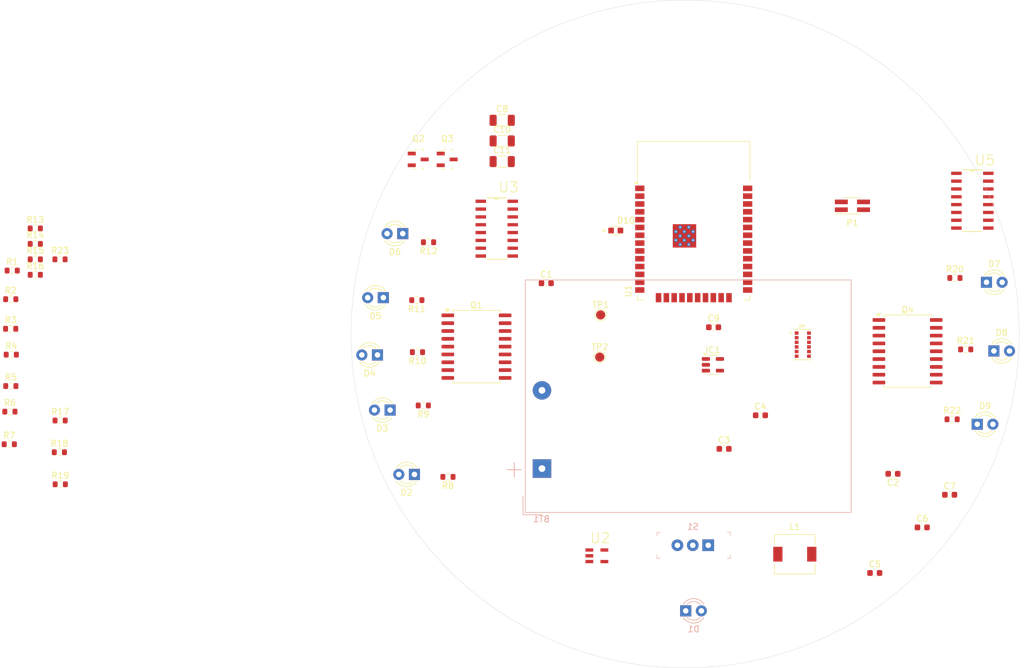
<source format=kicad_pcb>
(kicad_pcb (version 20240108) (generator "pcbnew") (generator_version "8.0")
  (layers (0 "F.Cu" signal) (31 "B.Cu" signal) (34 "B.Paste" user) (35 "F.Paste" user) (36 "B.SilkS" user "B.Silkscreen") (37 "F.SilkS" user "F.Silkscreen") (38 "B.Mask" user) (39 "F.Mask" user) (44 "Edge.Cuts" user))
  (net 0 "")
  (net 1 "/4.5V")
  (net 2 "GND")
  (net 3 "/CHIP_PU")
  (net 4 "/3.3V")
  (net 5 "Net-(U2-VIN)")
  (net 6 "/2.8V")
  (net 7 "Net-(D1-A)")
  (net 8 "Net-(D2-K)")
  (net 9 "Net-(D3-K)")
  (net 10 "Net-(D4-K)")
  (net 11 "Net-(D5-K)")
  (net 12 "Net-(D6-K)")
  (net 13 "Net-(D7-K)")
  (net 14 "Net-(D8-K)")
  (net 15 "Net-(D10-PadA)")
  (net 16 "Net-(D9-K)")
  (net 18 "Net-(U2-SW)")
  (net 19 "/RX")
  (net 20 "/TX")
  (net 21 "Net-(Q1-2C)")
  (net 23 "Net-(Q1-1C)")
  (net 25 "/LED_2")
  (net 26 "Net-(Q1-5C)")
  (net 27 "Net-(Q1-4C)")
  (net 29 "/LED_5")
  (net 31 "/LED_4")
  (net 32 "/LED_3")
  (net 33 "/LED_1")
  (net 35 "Net-(Q1-3C)")
  (net 38 "Net-(Q4-3C)")
  (net 40 "/LED_7")
  (net 43 "/LED_8")
  (net 44 "Net-(Q4-1C)")
  (net 46 "Net-(Q4-2C)")
  (net 52 "/LED_6")
  (net 53 "/IR_SCL")
  (net 54 "/IR_SDA")
  (net 55 "Net-(U1-IO2)")
  (net 56 "/IO8")
  (net 57 "Net-(U3-OE)")
  (net 58 "Net-(U5-OE)")
  (net 59 "/IR_IO0")
  (net 60 "Net-(U4-GPIO0{slash}CE)")
  (net 61 "Net-(U4-GPIO1)")
  (net 62 "/IR_IO1")
  (net 63 "/14")
  (net 65 "/0")
  (net 67 "/STR_2")
  (net 69 "/CP_2")
  (net 74 "/CP")
  (net 78 "/D_2")
  (net 85 "/STR")
  (net 88 "/D")
  (footprint "Resistor_SMD:R_0603_1608Metric" (layer "F.Cu") (at 55.185 92.6)
    (property "Reference" "R2" (at 0 -1.43 0) (layer "F.SilkS"))
    (property "Value" "270")
    (pad "1" smd roundrect (at -0.825 0) (size 0.8 0.95) (layers "F.Cu" "F.Paste" "F.Mask") (net 7 "Net-(D1-A)"))
    (pad "2" smd roundrect (at 0.825 0) (size 0.8 0.95) (layers "F.Cu" "F.Paste" "F.Mask") (net 5 "Net-(U2-VIN)"))
  )
  (footprint "LED_THT:LED_D3.0mm" (layer "F.Cu") (at 115.64 92.35 180)
    (property "Reference" "D5" (at 1.27 -2.96 0) (layer "F.SilkS"))
    (property "Value" "LED")
    (pad "1" thru_hole rect (at 0 0 180) (size 1.8 1.8) (drill 0.9) (layers "*.Cu" "*.Mask") (net 11 "Net-(D5-K)"))
    (pad "2" thru_hole circle (at 2.54 0 180) (size 1.8 1.8) (drill 0.9) (layers "*.Cu" "*.Mask") (net 1 "/4.5V"))
  )
  (footprint "Capacitor_SMD:C_1206_3216Metric" (layer "F.Cu") (at 134.925 63.55)
    (property "Reference" "C8" (at 0 -1.85 0) (layer "F.SilkS"))
    (property "Value" "1uF")
    (pad "1" smd roundrect (at -1.475 0) (size 1.15 1.8) (layers "F.Cu" "F.Paste" "F.Mask") (roundrect_rratio 0.217391) (net 2 "GND"))
    (pad "2" smd roundrect (at 1.475 0) (size 1.15 1.8) (layers "F.Cu" "F.Paste" "F.Mask") (roundrect_rratio 0.217391) (net 4 "/3.3V"))
  )
  (footprint "Resistor_SMD:R_0603_1608Metric" (layer "F.Cu") (at 54.95 116.15)
    (property "Reference" "R7" (at 0 -1.43 0) (layer "F.SilkS"))
    (property "Value" "10k")
    (pad "1" smd roundrect (at -0.825 0) (size 0.8 0.95) (layers "F.Cu" "F.Paste" "F.Mask") (net 4 "/3.3V"))
    (pad "2" smd roundrect (at 0.825 0) (size 0.8 0.95) (layers "F.Cu" "F.Paste" "F.Mask") (net 57 "Net-(U3-OE)"))
  )
  (footprint "Capacitor_SMD:C_1206_3216Metric" (layer "F.Cu") (at 134.925 66.9)
    (property "Reference" "C10" (at 0 -1.85 0) (layer "F.SilkS"))
    (property "Value" "4.7UF")
    (pad "1" smd roundrect (at -1.475 0) (size 1.15 1.8) (layers "F.Cu" "F.Paste" "F.Mask") (roundrect_rratio 0.217391) (net 2 "GND"))
    (pad "2" smd roundrect (at 1.475 0) (size 1.15 1.8) (layers "F.Cu" "F.Paste" "F.Mask") (roundrect_rratio 0.217391) (net 6 "/2.8V"))
  )
  (footprint "LED_THT:LED_D3.0mm" (layer "F.Cu") (at 212 112.9)
    (property "Reference" "D9" (at 1.27 -2.96 0) (layer "F.SilkS"))
    (property "Value" "LED")
    (pad "1" thru_hole rect (at 0 0) (size 1.8 1.8) (drill 0.9) (layers "*.Cu" "*.Mask") (net 16 "Net-(D9-K)"))
    (pad "2" thru_hole circle (at 2.54 0) (size 1.8 1.8) (drill 0.9) (layers "*.Cu" "*.Mask") (net 1 "/4.5V"))
  )
  (footprint "LED_THT:LED_D3.0mm" (layer "F.Cu") (at 116.74 110.6 180)
    (property "Reference" "D3" (at 1.27 -2.96 0) (layer "F.SilkS"))
    (property "Value" "LED")
    (pad "1" thru_hole rect (at 0 0 180) (size 1.8 1.8) (drill 0.9) (layers "*.Cu" "*.Mask") (net 9 "Net-(D3-K)"))
    (pad "2" thru_hole circle (at 2.54 0 180) (size 1.8 1.8) (drill 0.9) (layers "*.Cu" "*.Mask") (net 1 "/4.5V"))
  )
  (footprint "Resistor_SMD:R_0603_1608Metric" (layer "F.Cu") (at 59.17 83.615)
    (property "Reference" "R14" (at 0 -1.43 0) (layer "F.SilkS"))
    (property "Value" "10k")
    (pad "1" smd roundrect (at -0.825 0) (size 0.8 0.95) (layers "F.Cu" "F.Paste" "F.Mask") (net 6 "/2.8V"))
    (pad "2" smd roundrect (at 0.825 0) (size 0.8 0.95) (layers "F.Cu" "F.Paste" "F.Mask") (net 6 "/2.8V"))
  )
  (footprint "Resistor_SMD:R_0603_1608Metric" (layer "F.Cu") (at 55.275 101.6)
    (property "Reference" "R4" (at 0 -1.43 0) (layer "F.SilkS"))
    (property "Value" "10k")
    (pad "1" smd roundrect (at -0.825 0) (size 0.8 0.95) (layers "F.Cu" "F.Paste" "F.Mask") (net 56 "/IO8"))
    (pad "2" smd roundrect (at 0.825 0) (size 0.8 0.95) (layers "F.Cu" "F.Paste" "F.Mask") (net 4 "/3.3V"))
  )
  (footprint "Capacitor_SMD:C_0603_1608Metric" (layer "F.Cu") (at 176.825 111.45)
    (property "Reference" "C4" (at 0 -1.43 0) (layer "F.SilkS"))
    (property "Value" "100nF")
    (pad "1" smd roundrect (at -0.775 0) (size 0.9 0.95) (layers "F.Cu" "F.Paste" "F.Mask") (net 4 "/3.3V"))
    (pad "2" smd roundrect (at 0.775 0) (size 0.9 0.95) (layers "F.Cu" "F.Paste" "F.Mask") (net 2 "GND"))
  )
  (footprint "Resistor_SMD:R_0603_1608Metric" (layer "F.Cu") (at 59.17 81.105)
    (property "Reference" "R13" (at 0 -1.43 0) (layer "F.SilkS"))
    (property "Value" "10k")
    (pad "1" smd roundrect (at -0.825 0) (size 0.8 0.95) (layers "F.Cu" "F.Paste" "F.Mask") (net 6 "/2.8V"))
    (pad "2" smd roundrect (at 0.825 0) (size 0.8 0.95) (layers "F.Cu" "F.Paste" "F.Mask") (net 6 "/2.8V"))
  )
  (footprint "Resistor_SMD:R_0603_1608Metric" (layer "F.Cu") (at 126.125 121.45 180)
    (property "Reference" "R8" (at 0 -1.43 0) (layer "F.SilkS"))
    (property "Value" "510")
    (pad "1" smd roundrect (at -0.825 0 180) (size 0.8 0.95) (layers "F.Cu" "F.Paste" "F.Mask") (net 23 "Net-(Q1-1C)"))
    (pad "2" smd roundrect (at 0.825 0 180) (size 0.8 0.95) (layers "F.Cu" "F.Paste" "F.Mask") (net 8 "Net-(D2-K)"))
  )
  (footprint "Capacitor_SMD:C_1206_3216Metric" (layer "F.Cu") (at 134.925 70.25)
    (property "Reference" "C11" (at 0 -1.85 0) (layer "F.SilkS"))
    (property "Value" "1uF")
    (pad "1" smd roundrect (at -1.475 0) (size 1.15 1.8) (layers "F.Cu" "F.Paste" "F.Mask") (roundrect_rratio 0.217391) (net 2 "GND"))
    (pad "2" smd roundrect (at 1.475 0) (size 1.15 1.8) (layers "F.Cu" "F.Paste" "F.Mask") (roundrect_rratio 0.217391) (net 6 "/2.8V"))
  )
  (footprint "Resistor_SMD:R_0603_1608Metric" (layer "F.Cu") (at 59.17 88.635)
    (property "Reference" "R16" (at 0 -1.43 0) (layer "F.SilkS"))
    (property "Value" "1K")
    (pad "1" smd roundrect (at -0.825 0) (size 0.8 0.95) (layers "F.Cu" "F.Paste" "F.Mask") (net 60 "Net-(U4-GPIO0{slash}CE)"))
    (pad "2" smd roundrect (at 0.825 0) (size 0.8 0.95) (layers "F.Cu" "F.Paste" "F.Mask") (net 59 "/IR_IO0"))
  )
  (footprint "Resistor_SMD:R_0603_1608Metric" (layer "F.Cu") (at 207.925 112.1)
    (property "Reference" "R22" (at 0 -1.43 0) (layer "F.SilkS"))
    (property "Value" "510")
    (pad "1" smd roundrect (at -0.825 0) (size 0.8 0.95) (layers "F.Cu" "F.Paste" "F.Mask") (net 38 "Net-(Q4-3C)"))
    (pad "2" smd roundrect (at 0.825 0) (size 0.8 0.95) (layers "F.Cu" "F.Paste" "F.Mask") (net 16 "Net-(D9-K)"))
  )
  (footprint "TestPoint:TestPoint_Pad_D1.5mm" (layer "F.Cu") (at 150.9 95.15)
    (property "Reference" "TP1" (at 0 -1.648 0) (layer "F.SilkS"))
    (property "Value" "TestPoint")
    (pad "1" smd circle (at 0 0) (size 1.5 1.5) (layers "F.Cu" "F.Mask") (net 3 "/CHIP_PU"))
  )
  (footprint "Package_SO:SOIC-18W_7.5x11.6mm_P1.27mm" (layer "F.Cu") (at 130.75 100.3)
    (property "Reference" "Q1" (at 0 -6.72 0) (layer "F.SilkS"))
    (property "Value" "ULN2803ADWR")
    (pad "1" smd roundrect (at -4.65 -5.08) (size 2.05 0.6) (layers "F.Cu" "F.Paste" "F.Mask") (net 33 "/LED_1"))
    (pad "2" smd roundrect (at -4.65 -3.81) (size 2.05 0.6) (layers "F.Cu" "F.Paste" "F.Mask") (net 25 "/LED_2"))
    (pad "3" smd roundrect (at -4.65 -2.54) (size 2.05 0.6) (layers "F.Cu" "F.Paste" "F.Mask") (net 32 "/LED_3"))
    (pad "4" smd roundrect (at -4.65 -1.27) (size 2.05 0.6) (layers "F.Cu" "F.Paste" "F.Mask") (net 31 "/LED_4"))
    (pad "5" smd roundrect (at -4.65 0) (size 2.05 0.6) (layers "F.Cu" "F.Paste" "F.Mask") (net 29 "/LED_5"))
    (pad "6" smd roundrect (at -4.65 1.27) (size 2.05 0.6) (layers "F.Cu" "F.Paste" "F.Mask"))
    (pad "7" smd roundrect (at -4.65 2.54) (size 2.05 0.6) (layers "F.Cu" "F.Paste" "F.Mask"))
    (pad "8" smd roundrect (at -4.65 3.81) (size 2.05 0.6) (layers "F.Cu" "F.Paste" "F.Mask"))
    (pad "9" smd roundrect (at -4.65 5.08) (size 2.05 0.6) (layers "F.Cu" "F.Paste" "F.Mask") (net 2 "GND"))
    (pad "10" smd roundrect (at 4.65 5.08) (size 2.05 0.6) (layers "F.Cu" "F.Paste" "F.Mask") (net 1 "/4.5V"))
    (pad "11" smd roundrect (at 4.65 3.81) (size 2.05 0.6) (layers "F.Cu" "F.Paste" "F.Mask"))
    (pad "12" smd roundrect (at 4.65 2.54) (size 2.05 0.6) (layers "F.Cu" "F.Paste" "F.Mask"))
    (pad "13" smd roundrect (at 4.65 1.27) (size 2.05 0.6) (layers "F.Cu" "F.Paste" "F.Mask"))
    (pad "14" smd roundrect (at 4.65 0) (size 2.05 0.6) (layers "F.Cu" "F.Paste" "F.Mask") (net 26 "Net-(Q1-5C)"))
    (pad "15" smd roundrect (at 4.65 -1.27) (size 2.05 0.6) (layers "F.Cu" "F.Paste" "F.Mask") (net 27 "Net-(Q1-4C)"))
    (pad "16" smd roundrect (at 4.65 -2.54) (size 2.05 0.6) (layers "F.Cu" "F.Paste" "F.Mask") (net 35 "Net-(Q1-3C)"))
    (pad "17" smd roundrect (at 4.65 -3.81) (size 2.05 0.6) (layers "F.Cu" "F.Paste" "F.Mask") (net 21 "Net-(Q1-2C)"))
    (pad "18" smd roundrect (at 4.65 -5.08) (size 2.05 0.6) (layers "F.Cu" "F.Paste" "F.Mask") (net 23 "Net-(Q1-1C)"))
  )
  (footprint "Resistor_SMD:R_0603_1608Metric" (layer "F.Cu") (at 63.075 117.45)
    (property "Reference" "R18" (at 0 -1.43 0) (layer "F.SilkS"))
    (property "Value" "47K")
    (pad "1" smd roundrect (at -0.825 0) (size 0.8 0.95) (layers "F.Cu" "F.Paste" "F.Mask") (net 60 "Net-(U4-GPIO0{slash}CE)"))
    (pad "2" smd roundrect (at 0.825 0) (size 0.8 0.95) (layers "F.Cu" "F.Paste" "F.Mask") (net 6 "/2.8V"))
  )
  (footprint "Package_SO:SOIC-18W_7.5x11.6mm_P1.27mm" (layer "F.Cu") (at 200.7 101.05)
    (property "Reference" "Q4" (at 0 -6.72 0) (layer "F.SilkS"))
    (property "Value" "ULN2803ADWR")
    (pad "1" smd roundrect (at -4.65 -5.08) (size 2.05 0.6) (layers "F.Cu" "F.Paste" "F.Mask") (net 52 "/LED_6"))
    (pad "2" smd roundrect (at -4.65 -3.81) (size 2.05 0.6) (layers "F.Cu" "F.Paste" "F.Mask") (net 40 "/LED_7"))
    (pad "3" smd roundrect (at -4.65 -2.54) (size 2.05 0.6) (layers "F.Cu" "F.Paste" "F.Mask") (net 43 "/LED_8"))
    (pad "4" smd roundrect (at -4.65 -1.27) (size 2.05 0.6) (layers "F.Cu" "F.Paste" "F.Mask"))
    (pad "5" smd roundrect (at -4.65 0) (size 2.05 0.6) (layers "F.Cu" "F.Paste" "F.Mask"))
    (pad "6" smd roundrect (at -4.65 1.27) (size 2.05 0.6) (layers "F.Cu" "F.Paste" "F.Mask"))
    (pad "7" smd roundrect (at -4.65 2.54) (size 2.05 0.6) (layers "F.Cu" "F.Paste" "F.Mask"))
    (pad "8" smd roundrect (at -4.65 3.81) (size 2.05 0.6) (layers "F.Cu" "F.Paste" "F.Mask"))
    (pad "9" smd roundrect (at -4.65 5.08) (size 2.05 0.6) (layers "F.Cu" "F.Paste" "F.Mask") (net 2 "GND"))
    (pad "10" smd roundrect (at 4.65 5.08) (size 2.05 0.6) (layers "F.Cu" "F.Paste" "F.Mask") (net 1 "/4.5V"))
    (pad "11" smd roundrect (at 4.65 3.81) (size 2.05 0.6) (layers "F.Cu" "F.Paste" "F.Mask"))
    (pad "12" smd roundrect (at 4.65 2.54) (size 2.05 0.6) (layers "F.Cu" "F.Paste" "F.Mask"))
    (pad "13" smd roundrect (at 4.65 1.27) (size 2.05 0.6) (layers "F.Cu" "F.Paste" "F.Mask"))
    (pad "14" smd roundrect (at 4.65 0) (size 2.05 0.6) (layers "F.Cu" "F.Paste" "F.Mask"))
    (pad "15" smd roundrect (at 4.65 -1.27) (size 2.05 0.6) (layers "F.Cu" "F.Paste" "F.Mask"))
    (pad "16" smd roundrect (at 4.65 -2.54) (size 2.05 0.6) (layers "F.Cu" "F.Paste" "F.Mask") (net 38 "Net-(Q4-3C)"))
    (pad "17" smd roundrect (at 4.65 -3.81) (size 2.05 0.6) (layers "F.Cu" "F.Paste" "F.Mask") (net 46 "Net-(Q4-2C)"))
    (pad "18" smd roundrect (at 4.65 -5.08) (size 2.05 0.6) (layers "F.Cu" "F.Paste" "F.Mask") (net 44 "Net-(Q4-1C)"))
  )
  (footprint "Resistor_SMD:R_0603_1608Metric" (layer "F.Cu") (at 59.17 86.125)
    (property "Reference" "R15" (at 0 -1.43 0) (layer "F.SilkS"))
    (property "Value" "10k")
    (pad "1" smd roundrect (at -0.825 0) (size 0.8 0.95) (layers "F.Cu" "F.Paste" "F.Mask") (net 4 "/3.3V"))
    (pad "2" smd roundrect (at 0.825 0) (size 0.8 0.95) (layers "F.Cu" "F.Paste" "F.Mask") (net 58 "Net-(U5-OE)"))
  )
  (footprint "Resistor_SMD:R_0603_1608Metric" (layer "F.Cu") (at 55.2 106.7)
    (property "Reference" "R5" (at 0 -1.43 0) (layer "F.SilkS"))
    (property "Value" "10k")
    (pad "1" smd roundrect (at -0.825 0) (size 0.8 0.95) (layers "F.Cu" "F.Paste" "F.Mask") (net 54 "/IR_SDA"))
    (pad "2" smd roundrect (at 0.825 0) (size 0.8 0.95) (layers "F.Cu" "F.Paste" "F.Mask") (net 4 "/3.3V"))
  )
  (footprint "LED_THT:LED_D3.0mm" (layer "F.Cu") (at 118.79 81.95 180)
    (property "Reference" "D6" (at 1.27 -2.96 0) (layer "F.SilkS"))
    (property "Value" "LED")
    (pad "1" thru_hole rect (at 0 0 180) (size 1.8 1.8) (drill 0.9) (layers "*.Cu" "*.Mask") (net 12 "Net-(D6-K)"))
    (pad "2" thru_hole circle (at 2.54 0 180) (size 1.8 1.8) (drill 0.9) (layers "*.Cu" "*.Mask") (net 1 "/4.5V"))
  )
  (footprint "digikey-footprints:SOT-23-3" (layer "F.Cu") (at 126 69.9)
    (property "Reference" "Q3" (at 0.025 -3.375 0) (layer "F.SilkS"))
    (property "Value" "BSS138LT1G")
    (pad "1" smd rect (at -1.05 -0.95) (size 1.3 0.6) (layers "F.Cu" "F.Paste" "F.Mask") (net 6 "/2.8V"))
    (pad "2" smd rect (at -1.05 0.95) (size 1.3 0.6) (layers "F.Cu" "F.Paste" "F.Mask") (net 6 "/2.8V"))
    (pad "3" smd rect (at 1.05 0) (size 1.3 0.6) (layers "F.Cu" "F.Paste" "F.Mask") (net 54 "/IR_SDA"))
  )
  (footprint "Resistor_SMD:R_0603_1608Metric" (layer "F.Cu") (at 122.125 109.85 180)
    (property "Reference" "R9" (at 0 -1.43 0) (layer "F.SilkS"))
    (property "Value" "510")
    (pad "1" smd roundrect (at -0.825 0 180) (size 0.8 0.95) (layers "F.Cu" "F.Paste" "F.Mask") (net 21 "Net-(Q1-2C)"))
    (pad "2" smd roundrect (at 0.825 0 180) (size 0.8 0.95) (layers "F.Cu" "F.Paste" "F.Mask") (net 9 "Net-(D3-K)"))
  )
  (footprint "Resistor_SMD:R_0603_1608Metric" (layer "F.Cu") (at 121.075 92.75 180)
    (property "Reference" "R11" (at 0 -1.43 0) (layer "F.SilkS"))
    (property "Value" "510")
    (pad "1" smd roundrect (at -0.825 0 180) (size 0.8 0.95) (layers "F.Cu" "F.Paste" "F.Mask") (net 27 "Net-(Q1-4C)"))
    (pad "2" smd roundrect (at 0.825 0 180) (size 0.8 0.95) (layers "F.Cu" "F.Paste" "F.Mask") (net 11 "Net-(D5-K)"))
  )
  (footprint "Connector_PinSocket_1.27mm:PinSocket_2x02_P1.27mm_Vertical_SMD" (layer "F.Cu") (at 191.75 77.435 180)
    (property "Reference" "P1" (at 0 -2.77 360) (layer "F.SilkS"))
    (property "Value" "Header 1x4 2.54mm")
    (pad "1" smd rect (at 1.8 -0.635 180) (size 2.1 0.75) (layers "F.Cu" "F.Paste" "F.Mask") (net 1 "/4.5V"))
    (pad "2" smd rect (at -1.8 -0.635 180) (size 2.1 0.75) (layers "F.Cu" "F.Paste" "F.Mask") (net 19 "/RX"))
    (pad "3" smd rect (at 1.8 0.635 180) (size 2.1 0.75) (layers "F.Cu" "F.Paste" "F.Mask") (net 20 "/TX"))
    (pad "4" smd rect (at -1.8 0.635 180) (size 2.1 0.75) (layers "F.Cu" "F.Paste" "F.Mask") (net 2 "GND"))
  )
  (footprint "Capacitor_SMD:C_0603_1608Metric" (layer "F.Cu") (at 198.325 120.95 180)
    (property "Reference" "C2" (at 0 -1.43 360) (layer "F.SilkS"))
    (property "Value" "100 nF")
    (pad "1" smd roundrect (at -0.775 0 180) (size 0.9 0.95) (layers "F.Cu" "F.Paste" "F.Mask") (net 2 "GND"))
    (pad "2" smd roundrect (at 0.775 0 180) (size 0.9 0.95) (layers "F.Cu" "F.Paste" "F.Mask") (net 4 "/3.3V"))
  )
  (footprint "LED_THT:LED_D3.0mm" (layer "F.Cu") (at 120.69 121.05 180)
    (property "Reference" "D2" (at 1.27 -2.96 0) (layer "F.SilkS"))
    (property "Value" "LED")
    (pad "1" thru_hole rect (at 0 0 180) (size 1.8 1.8) (drill 0.9) (layers "*.Cu" "*.Mask") (net 8 "Net-(D2-K)"))
    (pad "2" thru_hole circle (at 2.54 0 180) (size 1.8 1.8) (drill 0.9) (layers "*.Cu" "*.Mask") (net 1 "/4.5V"))
  )
  (footprint "Capacitor_SMD:C_0603_1608Metric" (layer "F.Cu") (at 142.075 90)
    (property "Reference" "C1" (at 0 -1.43 0) (layer "F.SilkS"))
    (property "Value" "100nF")
    (pad "1" smd roundrect (at -0.775 0) (size 0.9 0.95) (layers "F.Cu" "F.Paste" "F.Mask") (net 2 "GND"))
    (pad "2" smd roundrect (at 0.775 0) (size 0.9 0.95) (layers "F.Cu" "F.Paste" "F.Mask") (net 3 "/CHIP_PU"))
  )
  (footprint "Resistor_SMD:R_0603_1608Metric" (layer "F.Cu") (at 208.375 89.15)
    (property "Reference" "R20" (at 0 -1.43 0) (layer "F.SilkS"))
    (property "Value" "510")
    (pad "1" smd roundrect (at -0.825 0) (size 0.8 0.95) (layers "F.Cu" "F.Paste" "F.Mask") (net 44 "Net-(Q4-1C)"))
    (pad "2" smd roundrect (at 0.825 0) (size 0.8 0.95) (layers "F.Cu" "F.Paste" "F.Mask") (net 13 "Net-(D7-K)"))
  )
  (footprint "LTW-C191DS5:LEDC1608X65N" (layer "F.Cu") (at 153.35 81.45)
    (property "Reference" "D10" (at 1.675 -1.635 0) (layer "F.SilkS"))
    (property "Value" "LTW-C191DS5")
    (pad "A" smd roundrect (at 0.76 0) (size 0.91 0.93) (layers "F.Cu" "F.Paste" "F.Mask") (roundrect_rratio 0.125) (net 15 "Net-(D10-PadA)"))
    (pad "C" smd roundrect (at -0.76 0) (size 0.91 0.93) (layers "F.Cu" "F.Paste" "F.Mask") (roundrect_rratio 0.125) (net 2 "GND"))
  )
  (footprint "Package_TO_SOT_SMD:SOT-23-5" (layer "F.Cu") (at 169.1125 103.25)
    (property "Reference" "IC1" (at 0 -2.4 0) (layer "F.SilkS"))
    (property "Value" "TPS76328DBVR")
    (pad "1" smd roundrect (at -1.1375 -0.95) (size 1.325 0.6) (layers "F.Cu" "F.Paste" "F.Mask") (net 4 "/3.3V"))
    (pad "2" smd roundrect (at -1.1375 0) (size 1.325 0.6) (layers "F.Cu" "F.Paste" "F.Mask") (net 2 "GND"))
    (pad "3" smd roundrect (at -1.1375 0.95) (size 1.325 0.6) (layers "F.Cu" "F.Paste" "F.Mask") (net 4 "/3.3V"))
    (pad "4" smd roundrect (at 1.1375 0.95) (size 1.325 0.6) (layers "F.Cu" "F.Paste" "F.Mask"))
    (pad "5" smd roundrect (at 1.1375 -0.95) (size 1.325 0.6) (layers "F.Cu" "F.Paste" "F.Mask") (net 6 "/2.8V"))
  )
  (footprint "LED_THT:LED_D3.0mm" (layer "F.Cu") (at 114.69 101.65 180)
    (property "Reference" "D4" (at 1.27 -2.96 0) (layer "F.SilkS"))
    (property "Value" "LED")
    (pad "1" thru_hole rect (at 0 0 180) (size 1.8 1.8) (drill 0.9) (layers "*.Cu" "*.Mask") (net 10 "Net-(D4-K)"))
    (pad "2" thru_hole circle (at 2.54 0 180) (size 1.8 1.8) (drill 0.9) (layers "*.Cu" "*.Mask") (net 1 "/4.5V"))
  )
  (footprint "74HC4094D:SOIC127P600X175-16N" (layer "F.Cu") (at 211.2092 76.605)
    (property "Reference" "U5" (at 2.0408 -6.575 0) (layer "F.SilkS") (effects (font (size 1.640299 1.640299))))
    (property "Value" "74HC4094D")
    (pad "1" smd rect (at -2.5908 -4.445) (size 1.7018 0.5334) (layers "F.Cu" "F.Paste" "F.Mask") (net 67 "/STR_2"))
    (pad "2" smd rect (at -2.5908 -3.175) (size 1.7018 0.5334) (layers "F.Cu" "F.Paste" "F.Mask") (net 78 "/D_2"))
    (pad "3" smd rect (at -2.5908 -1.905) (size 1.7018 0.5334) (layers "F.Cu" "F.Paste" "F.Mask") (net 69 "/CP_2"))
    (pad "4" smd rect (at -2.5908 -0.635) (size 1.7018 0.5334) (layers "F.Cu" "F.Paste" "F.Mask") (net 52 "/LED_6"))
    (pad "5" smd rect (at -2.5908 0.635) (size 1.7018 0.5334) (layers "F.Cu" "F.Paste" "F.Mask") (net 40 "/LED_7"))
    (pad "6" smd rect (at -2.5908 1.905) (size 1.7018 0.5334) (layers "F.Cu" "F.Paste" "F.Mask") (net 43 "/LED_8"))
    (pad "7" smd rect (at -2.5908 3.175) (size 1.7018 0.5334) (layers "F.Cu" "F.Paste" "F.Mask"))
    (pad "8" smd rect (at -2.5908 4.445) (size 1.7018 0.5334) (layers "F.Cu" "F.Paste" "F.Mask") (net 2 "GND"))
    (pad "9" smd rect (at 2.5908 4.445) (size 1.7018 0.5334) (layers "F.Cu" "F.Paste" "F.Mask"))
    (pad "10" smd rect (at 2.5908 3.175) (size 1.7018 0.5334) (layers "F.Cu" "F.Paste" "F.Mask"))
    (pad "11" smd rect (at 2.5908 1.905) (size 1.7018 0.5334) (layers "F.Cu" "F.Paste" "F.Mask"))
    (pad "12" smd rect (at 2.5908 0.635) (size 1.7018 0.5334) (layers "F.Cu" "F.Paste" "F.Mask"))
    (pad "13" smd rect (at 2.5908 -0.635) (size 1.7018 0.5334) (layers "F.Cu" "F.Paste" "F.Mask"))
    (pad "14" smd rect (at 2.5908 -1.905) (size 1.7018 0.5334) (layers "F.Cu" "F.Paste" "F.Mask"))
    (pad "15" smd rect (at 2.5908 -3.175) (size 1.7018 0.5334) (layers "F.Cu" "F.Paste" "F.Mask") (net 58 "Net-(U5-OE)"))
    (pad "16" smd rect (at 2.5908 -4.445) (size 1.7018 0.5334) (layers "F.Cu" "F.Paste" "F.Mask") (net 4 "/3.3V"))
  )
  (footprint "Resistor_SMD:R_0603_1608Metric" (layer "F.Cu") (at 122.975 83.35 180)
    (property "Reference" "R12" (at 0 -1.43 0) (layer "F.SilkS"))
    (property "Value" "510")
    (pad "1" smd roundrect (at -0.825 0 180) (size 0.8 0.95) (layers "F.Cu" "F.Paste" "F.Mask") (net 26 "Net-(Q1-5C)"))
    (pad "2" smd roundrect (at 0.825 0 180) (size 0.8 0.95) (layers "F.Cu" "F.Paste" "F.Mask") (net 12 "Net-(D6-K)"))
  )
  (footprint "Inductor_SMD:L_6.3x6.3_H3" (layer "F.Cu") (at 182.4 134)
    (property "Reference" "L1" (at 0 -4.45 0) (layer "F.SilkS"))
    (property "Value" "2.2 uH")
    (pad "1" smd rect (at -2.75 0) (size 1.5 2.4) (layers "F.Cu" "F.Paste" "F.Mask") (net 18 "Net-(U2-SW)"))
    (pad "2" smd rect (at 2.75 0) (size 1.5 2.4) (layers "F.Cu" "F.Paste" "F.Mask") (net 4 "/3.3V"))
  )
  (footprint "LM3671MF-3.3:SOT95P284X122-5N" (layer "F.Cu") (at 150.2808 134.2602)
    (property "Reference" "U2" (at 0.533995 -2.873385 0) (layer "F.SilkS") (effects (font (size 1.641819 1.641819))))
    (property "Value" "LM3671MF-3.3")
    (pad "1" smd rect (at -1.2192 -0.9398) (size 1.27 0.5334) (layers "F.Cu" "F.Paste" "F.Mask") (net 5 "Net-(U2-VIN)"))
    (pad "2" smd rect (at -1.2192 0) (size 1.27 0.5334) (layers "F.Cu" "F.Paste" "F.Mask") (net 2 "GND"))
    (pad "3" smd rect (at -1.2192 0.9398) (size 1.27 0.5334) (layers "F.Cu" "F.Paste" "F.Mask"))
    (pad "4" smd rect (at 1.2192 0.9398) (size 1.27 0.5334) (layers "F.Cu" "F.Paste" "F.Mask") (net 4 "/3.3V"))
    (pad "5" smd rect (at 1.2192 -0.9398) (size 1.27 0.5334) (layers "F.Cu" "F.Paste" "F.Mask") (net 18 "Net-(U2-SW)"))
  )
  (footprint "Resistor_SMD:R_0603_1608Metric" (layer "F.Cu") (at 210.125 100.75)
    (property "Reference" "R21" (at 0 -1.43 0) (layer "F.SilkS"))
    (property "Value" "510")
    (pad "1" smd roundrect (at -0.825 0) (size 0.8 0.95) (layers "F.Cu" "F.Paste" "F.Mask") (net 46 "Net-(Q4-2C)"))
    (pad "2" smd roundrect (at 0.825 0) (size 0.8 0.95) (layers "F.Cu" "F.Paste" "F.Mask") (net 14 "Net-(D8-K)"))
  )
  (footprint "Capacitor_SMD:C_0603_1608Metric" (layer "F.Cu") (at 169.225 97.15)
    (property "Reference" "C9" (at 0 -1.43 0) (layer "F.SilkS"))
    (property "Value" "100nF")
    (pad "1" smd roundrect (at -0.775 0) (size 0.9 0.95) (layers "F.Cu" "F.Paste" "F.Mask") (net 2 "GND"))
    (pad "2" smd roundrect (at 0.775 0) (size 0.9 0.95) (layers "F.Cu" "F.Paste" "F.Mask") (net 6 "/2.8V"))
  )
  (footprint "74HC4094D:SOIC127P600X175-16N" (layer "F.Cu") (at 134.0408 81.145)
    (property "Reference" "U3" (at 1.9092 -6.705 0) (layer "F.SilkS") (effects (font (size 1.640299 1.640299))))
    (property "Value" "74HC4094D")
    (pad "1" smd rect (at -2.5908 -4.445) (size 1.7018 0.5334) (layers "F.Cu" "F.Paste" "F.Mask") (net 85 "/STR"))
    (pad "2" smd rect (at -2.5908 -3.175) (size 1.7018 0.5334) (layers "F.Cu" "F.Paste" "F.Mask") (net 88 "/D"))
    (pad "3" smd rect (at -2.5908 -1.905) (size 1.7018 0.5334) (layers "F.Cu" "F.Paste" "F.Mask") (net 74 "/CP"))
    (pad "4" smd rect (at -2.5908 -0.635) (size 1.7018 0.5334) (layers "F.Cu" "F.Paste" "F.Mask") (net 33 "/LED_1"))
    (pad "5" smd rect (at -2.5908 0.635) (size 1.7018 0.5334) (layers "F.Cu" "F.Paste" "F.Mask") (net 25 "/LED_2"))
    (pad "6" smd rect (at -2.5908 1.905) (size 1.7018 0.5334) (layers "F.Cu" "F.Paste" "F.Mask") (net 32 "/LED_3"))
    (pad "7" smd rect (at -2.5908 3.175) (size 1.7018 0.5334) (layers "F.Cu" "F.Paste" "F.Mask") (net 31 "/LED_4"))
    (pad "8" smd rect (at -2.5908 4.445) (size 1.7018 0.5334) (layers "F.Cu" "F.Paste" "F.Mask") (net 2 "GND"))
    (pad "9" smd rect (at 2.5908 4.445) (size 1.7018 0.5334) (layers "F.Cu" "F.Paste" "F.Mask"))
    (pad "10" smd rect (at 2.5908 3.175) (size 1.7018 0.5334) (layers "F.Cu" "F.Paste" "F.Mask"))
    (pad "11" smd rect (at 2.5908 1.905) (size 1.7018 0.5334) (layers "F.Cu" "F.Paste" "F.Mask"))
    (pad "12" smd rect (at 2.5908 0.635) (size 1.7018 0.5334) (layers "F.Cu" "F.Paste" "F.Mask"))
    (pad "13" smd rect (at 2.5908 -0.635) (size 1.7018 0.5334) (layers "F.Cu" "F.Paste" "F.Mask"))
    (pad "14" smd rect (at 2.5908 -1.905) (size 1.7018 0.5334) (layers "F.Cu" "F.Paste" "F.Mask") (net 29 "/LED_5"))
    (pad "15" smd rect (at 2.5908 -3.175) (size 1.7018 0.5334) (layers "F.Cu" "F.Paste" "F.Mask") (net 57 "Net-(U3-OE)"))
    (pad "16" smd rect (at 2.5908 -4.445) (size 1.7018 0.5334) (layers "F.Cu" "F.Paste" "F.Mask") (net 4 "/3.3V"))
  )
  (footprint "TestPoint:TestPoint_Pad_D1.5mm" (layer "F.Cu") (at 150.75 102)
    (property "Reference" "TP2" (at 0 -1.648 0) (layer "F.SilkS"))
    (property "Value" "TestPoint")
    (pad "1" smd circle (at 0 0) (size 1.5 1.5) (layers "F.Cu" "F.Mask") (net 65 "/0"))
  )
  (footprint "Capacitor_SMD:C_0603_1608Metric" (layer "F.Cu") (at 207.525 124.35)
    (property "Reference" "C7" (at 0 -1.43 0) (layer "F.SilkS"))
    (property "Value" "100nF")
    (pad "1" smd roundrect (at -0.775 0) (size 0.9 0.95) (layers "F.Cu" "F.Paste" "F.Mask") (net 2 "GND"))
    (pad "2" smd roundrect (at 0.775 0) (size 0.9 0.95) (layers "F.Cu" "F.Paste" "F.Mask") (net 4 "/3.3V"))
  )
  (footprint "Resistor_SMD:R_0603_1608Metric" (layer "F.Cu") (at 63.225 122.65)
    (property "Reference" "R19" (at 0 -1.43 0) (layer "F.SilkS"))
    (property "Value" "47K")
    (pad "1" smd roundrect (at -0.825 0) (size 0.8 0.95) (layers "F.Cu" "F.Paste" "F.Mask") (net 6 "/2.8V"))
    (pad "2" smd roundrect (at 0.825 0) (size 0.8 0.95) (layers "F.Cu" "F.Paste" "F.Mask") (net 61 "Net-(U4-GPIO1)"))
  )
  (footprint "VL6180V1NR_1:XDCR_VL6180V1NR_1" (layer "F.Cu") (at 183.7 99.975)
    (property "Reference" "U4" (at -0.126 -3.0548 360) (layer "F.SilkS") (effects (font (size 0.48 0.48) (thickness 0.12))))
    (property "Value" "VL6180V1NR_1")
    (pad "1" smd rect (at -1 -1.875) (size 0.6 0.55) (layers "F.Cu" "F.Paste" "F.Mask") (net 61 "Net-(U4-GPIO1)"))
    (pad "2" smd rect (at -1 -1.125) (size 0.6 0.55) (layers "F.Cu" "F.Paste" "F.Mask"))
    (pad "3" smd rect (at -1 -0.375) (size 0.6 0.55) (layers "F.Cu" "F.Paste" "F.Mask"))
    (pad "4" smd rect (at -1 0.375) (size 0.6 0.55) (layers "F.Cu" "F.Paste" "F.Mask") (net 60 "Net-(U4-GPIO0{slash}CE)"))
    (pad "5" smd rect (at -1 1.125) (size 0.6 0.55) (layers "F.Cu" "F.Paste" "F.Mask") (net 6 "/2.8V"))
    (pad "6" smd rect (at -1 1.875) (size 0.6 0.55) (layers "F.Cu" "F.Paste" "F.Mask") (net 6 "/2.8V"))
    (pad "7" smd rect (at 1 1.875) (size 0.6 0.55) (layers "F.Cu" "F.Paste" "F.Mask"))
    (pad "8" smd rect (at 1 1.125) (size 0.6 0.55) (layers "F.Cu" "F.Paste" "F.Mask") (net 6 "/2.8V"))
    (pad "9" smd rect (at 1 0.375) (size 0.6 0.55) (layers "F.Cu" "F.Paste" "F.Mask") (net 2 "GND"))
    (pad "10" smd rect (at 1 -0.375) (size 0.6 0.55) (layers "F.Cu" "F.Paste" "F.Mask") (net 6 "/2.8V"))
    (pad "11" smd rect (at 1 -1.125) (size 0.6 0.55) (layers "F.Cu" "F.Paste" "F.Mask"))
    (pad "12" smd rect (at 1 -1.875) (size 0.6 0.55) (layers "F.Cu" "F.Paste" "F.Mask") (net 2 "GND"))
  )
  (footprint "Resistor_SMD:R_0603_1608Metric" (layer "F.Cu") (at 55.175 97.4)
    (property "Reference" "R3" (at 0 -1.43 0) (layer "F.SilkS"))
    (property "Value" "10k")
    (pad "1" smd roundrect (at -0.825 0) (size 0.8 0.95) (layers "F.Cu" "F.Paste" "F.Mask") (net 55 "Net-(U1-IO2)"))
    (pad "2" smd roundrect (at 0.825 0) (size 0.8 0.95) (layers "F.Cu" "F.Paste" "F.Mask") (net 4 "/3.3V"))
  )
  (footprint "Capacitor_SMD:C_0603_1608Metric" (layer "F.Cu") (at 195.375 137.05)
    (property "Reference" "C5" (at 0 -1.43 0) (layer "F.SilkS"))
    (property "Value" "10 uF")
    (pad "1" smd roundrect (at -0.775 0) (size 0.9 0.95) (layers "F.Cu" "F.Paste" "F.Mask") (net 4 "/3.3V"))
    (pad "2" smd roundrect (at 0.775 0) (size 0.9 0.95) (layers "F.Cu" "F.Paste" "F.Mask") (net 2 "GND"))
  )
  (footprint "Resistor_SMD:R_0603_1608Metric" (layer "F.Cu") (at 55.425 87.95)
    (property "Reference" "R1" (at 0 -1.43 0) (layer "F.SilkS"))
    (property "Value" "10k")
    (pad "1" smd roundrect (at -0.825 0) (size 0.8 0.95) (layers "F.Cu" "F.Paste" "F.Mask") (net 4 "/3.3V"))
    (pad "2" smd roundrect (at 0.825 0) (size 0.8 0.95) (layers "F.Cu" "F.Paste" "F.Mask") (net 3 "/CHIP_PU"))
  )
  (footprint "Resistor_SMD:R_0603_1608Metric" (layer "F.Cu") (at 55.05 110.85)
    (property "Reference" "R6" (at 0 -1.43 0) (layer "F.SilkS"))
    (property "Value" "10k")
    (pad "1" smd roundrect (at -0.825 0) (size 0.8 0.95) (layers "F.Cu" "F.Paste" "F.Mask") (net 53 "/IR_SCL"))
    (pad "2" smd roundrect (at 0.825 0) (size 0.8 0.95) (layers "F.Cu" "F.Paste" "F.Mask") (net 4 "/3.3V"))
  )
  (footprint "Capacitor_SMD:C_0603_1608Metric" (layer "F.Cu") (at 203.075 129.65)
    (property "Reference" "C6" (at 0 -1.43 0) (layer "F.SilkS"))
    (property "Value" "100nF")
    (pad "1" smd roundrect (at -0.775 0) (size 0.9 0.95) (layers "F.Cu" "F.Paste" "F.Mask") (net 4 "/3.3V"))
    (pad "2" smd roundrect (at 0.775 0) (size 0.9 0.95) (layers "F.Cu" "F.Paste" "F.Mask") (net 2 "GND"))
  )
  (footprint "LED_THT:LED_D3.0mm" (layer "F.Cu") (at 214.7 101)
    (property "Reference" "D8" (at 1.27 -2.96 0) (layer "F.SilkS"))
    (property "Value" "LED")
    (pad "1" thru_hole rect (at 0 0) (size 1.8 1.8) (drill 0.9) (layers "*.Cu" "*.Mask") (net 14 "Net-(D8-K)"))
    (pad "2" thru_hole circle (at 2.54 0) (size 1.8 1.8) (drill 0.9) (layers "*.Cu" "*.Mask") (net 1 "/4.5V"))
  )
  (footprint "RF_Module:ESP32-WROOM-32D" (layer "F.Cu") (at 166 82.845)
    (property "Reference" "U1" (at -10.61 8.43 90) (layer "F.SilkS"))
    (property "Value" "ESP32-WROOM-32D")
    (pad "1" smd rect (at -8.75 -8.25) (size 1.5 0.9) (layers "F.Cu" "F.Paste" "F.Mask") (net 2 "GND"))
    (pad "2" smd rect (at -8.75 -6.98) (size 1.5 0.9) (layers "F.Cu" "F.Paste" "F.Mask") (net 4 "/3.3V"))
    (pad "3" smd rect (at -8.75 -5.71) (size 1.5 0.9) (layers "F.Cu" "F.Paste" "F.Mask") (net 3 "/CHIP_PU"))
    (pad "4" smd rect (at -8.75 -4.44) (size 1.5 0.9) (layers "F.Cu" "F.Paste" "F.Mask"))
    (pad "5" smd rect (at -8.75 -3.17) (size 1.5 0.9) (layers "F.Cu" "F.Paste" "F.Mask"))
    (pad "6" smd rect (at -8.75 -1.9) (size 1.5 0.9) (layers "F.Cu" "F.Paste" "F.Mask") (net 59 "/IR_IO0"))
    (pad "7" smd rect (at -8.75 -0.63) (size 1.5 0.9) (layers "F.Cu" "F.Paste" "F.Mask") (net 63 "/14"))
    (pad "8" smd rect (at -8.75 0.64) (size 1.5 0.9) (layers "F.Cu" "F.Paste" "F.Mask"))
    (pad "9" smd rect (at -8.75 1.91) (size 1.5 0.9) (layers "F.Cu" "F.Paste" "F.Mask"))
    (pad "10" smd rect (at -8.75 3.18) (size 1.5 0.9) (layers "F.Cu" "F.Paste" "F.Mask") (net 56 "/IO8"))
    (pad "11" smd rect (at -8.75 4.45) (size 1.5 0.9) (layers "F.Cu" "F.Paste" "F.Mask") (net 54 "/IR_SDA"))
    (pad "12" smd rect (at -8.75 5.72) (size 1.5 0.9) (layers "F.Cu" "F.Paste" "F.Mask") (net 53 "/IR_SCL"))
    (pad "13" smd rect (at -8.75 6.99) (size 1.5 0.9) (layers "F.Cu" "F.Paste" "F.Mask"))
    (pad "14" smd rect (at -8.75 8.26) (size 1.5 0.9) (layers "F.Cu" "F.Paste" "F.Mask") (net 88 "/D"))
    (pad "15" smd rect (at -5.71 9.51 90) (size 1.5 0.9) (layers "F.Cu" "F.Paste" "F.Mask") (net 2 "GND"))
    (pad "16" smd rect (at -4.44 9.51 90) (size 1.5 0.9) (layers "F.Cu" "F.Paste" "F.Mask") (net 85 "/STR"))
    (pad "17" smd rect (at -3.17 9.51 90) (size 1.5 0.9) (layers "F.Cu" "F.Paste" "F.Mask"))
    (pad "18" smd rect (at -1.9 9.51 90) (size 1.5 0.9) (layers "F.Cu" "F.Paste" "F.Mask"))
    (pad "19" smd rect (at -0.63 9.51 90) (size 1.5 0.9) (layers "F.Cu" "F.Paste" "F.Mask"))
    (pad "20" smd rect (at 0.64 9.51 90) (size 1.5 0.9) (layers "F.Cu" "F.Paste" "F.Mask"))
    (pad "21" smd rect (at 1.91 9.51 90) (size 1.5 0.9) (layers "F.Cu" "F.Paste" "F.Mask"))
    (pad "22" smd rect (at 3.18 9.51 90) (size 1.5 0.9) (layers "F.Cu" "F.Paste" "F.Mask"))
    (pad "23" smd rect (at 4.45 9.51 90) (size 1.5 0.9) (layers "F.Cu" "F.Paste" "F.Mask"))
    (pad "24" smd rect (at 5.72 9.51 90) (size 1.5 0.9) (layers "F.Cu" "F.Paste" "F.Mask") (net 55 "Net-(U1-IO2)"))
    (pad "25" smd rect (at 8.75 8.26) (size 1.5 0.9) (layers "F.Cu" "F.Paste" "F.Mask") (net 65 "/0"))
    (pad "26" smd rect (at 8.75 6.99) (size 1.5 0.9) (layers "F.Cu" "F.Paste" "F.Mask") (net 62 "/IR_IO1"))
    (pad "27" smd rect (at 8.75 5.72) (size 1.5 0.9) (layers "F.Cu" "F.Paste" "F.Mask") (net 67 "/STR_2"))
    (pad "28" smd rect (at 8.75 4.45) (size 1.5 0.9) (layers "F.Cu" "F.Paste" "F.Mask") (net 78 "/D_2"))
    (pad "29" smd rect (at 8.75 3.18) (size 1.5 0.9) (layers "F.Cu" "F.Paste" "F.Mask") (net 74 "/CP"))
    (pad "30" smd rect (at 8.75 1.91) (size 1.5 0.9) (layers "F.Cu" "F.Paste" "F.Mask") (net 69 "/CP_2"))
    (pad "31" smd rect (at 8.75 0.64) (size 1.5 0.9) (layers "F.Cu" "F.Paste" "F.Mask"))
    (pad "32" smd rect (at 8.75 -0.63) (size 1.5 0.9) (layers "F.Cu" "F.Paste" "F.Mask"))
    (pad "33" smd rect (at 8.75 -1.9) (size 1.5 0.9) (layers "F.Cu" "F.Paste" "F.Mask"))
    (pad "34" smd rect (at 8.75 -3.17) (size 1.5 0.9) (layers "F.Cu" "F.Paste" "F.Mask") (net 19 "/RX"))
    (pad "35" smd rect (at 8.75 -4.44) (size 1.5 0.9) (layers "F.Cu" "F.Paste" "F.Mask") (net 20 "/TX"))
    (pad "36" smd rect (at 8.75 -5.71) (size 1.5 0.9) (layers "F.Cu" "F.Paste" "F.Mask"))
    (pad "37" smd rect (at 8.75 -6.98) (size 1.5 0.9) (layers "F.Cu" "F.Paste" "F.Mask"))
    (pad "38" smd rect (at 8.75 -8.25) (size 1.5 0.9) (layers "F.Cu" "F.Paste" "F.Mask") (net 2 "GND"))
    (pad "39" smd rect (at -2.9 -1.93) (size 0.9 0.9) (layers "F.Cu" "F.Paste") (net 2 "GND"))
    (pad "39" thru_hole circle (at -2.9 -1.23) (size 0.6 0.6) (drill 0.2) (property pad_prop_heatsink) (layers "*.Cu" "F.Mask") (net 2 "GND"))
    (pad "39" smd rect (at -2.9 -0.53) (size 0.9 0.9) (layers "F.Cu" "F.Paste") (net 2 "GND"))
    (pad "39" thru_hole circle (at -2.9 0.17) (size 0.6 0.6) (drill 0.2) (property pad_prop_heatsink) (layers "*.Cu" "F.Mask") (net 2 "GND"))
    (pad "39" smd rect (at -2.9 0.87) (size 0.9 0.9) (layers "F.Cu" "F.Paste") (net 2 "GND"))
    (pad "39" thru_hole circle (at -2.2 -1.93) (size 0.6 0.6) (drill 0.2) (property pad_prop_heatsink) (layers "*.Cu" "F.Mask") (net 2 "GND"))
    (pad "39" thru_hole circle (at -2.2 -0.53) (size 0.6 0.6) (drill 0.2) (property pad_prop_heatsink) (layers "*.Cu" "F.Mask") (net 2 "GND"))
    (pad "39" thru_hole circle (at -2.2 0.87) (size 0.6 0.6) (drill 0.2) (property pad_prop_heatsink) (layers "*.Cu" "F.Mask") (net 2 "GND"))
    (pad "39" thru_hole circle (at -1.525 -1.23) (size 0.6 0.6) (drill 0.2) (property pad_prop_heatsink) (layers "*.Cu" "F.Mask") (net 2 "GND"))
    (pad "39" thru_hole circle (at -1.525 0.17) (size 0.6 0.6) (drill 0.2) (property pad_prop_heatsink) (layers "*.Cu" "F.Mask") (net 2 "GND"))
    (pad "39" smd rect (at -1.5 -1.93) (size 0.9 0.9) (layers "F.Cu" "F.Paste") (net 2 "GND"))
    (pad "39" smd rect (at -1.5 -0.53) (size 0.9 0.9) (layers "F.Cu" "F.Paste") (net 2 "GND"))
    (pad "39" smd rect (at -1.5 -0.53) (size 3.8 3.8) (layers "F.Cu" "F.Mask") (net 2 "GND"))
    (pad "39" smd rect (at -1.5 0.87) (size 0.9 0.9) (layers "F.Cu" "F.Paste") (net 2 "GND"))
    (pad "39" thru_hole circle (at -0.8 -1.93) (size 0.6 0.6) (drill 0.2) (property pad_prop_heatsink) (layers "*.Cu" "F.Mask") (net 2 "GND"))
    (pad "39" thru_hole circle (at -0.8 -0.53) (size 0.6 0.6) (drill 0.2) (property pad_prop_heatsink) (layers "*.Cu" "F.Mask") (net 2 "GND"))
    (pad "39" thru_hole circle (at -0.8 0.87) (size 0.6 0.6) (drill 0.2) (property pad_prop_heatsink) (layers "*.Cu" "F.Mask") (net 2 "GND"))
    (pad "39" smd rect (at -0.1 -1.93) (size 0.9 0.9) (layers "F.Cu" "F.Paste") (net 2 "GND"))
    (pad "39" thru_hole circle (at -0.1 -1.23) (size 0.6 0.6) (drill 0.2) (property pad_prop_heatsink) (layers "*.Cu" "F.Mask") (net 2 "GND"))
    (pad "39" smd rect (at -0.1 -0.53) (size 0.9 0.9) (layers "F.Cu" "F.Paste") (net 2 "GND"))
    (pad "39" thru_hole circle (at -0.1 0.17) (size 0.6 0.6) (drill 0.2) (property pad_prop_heatsink) (layers "*.Cu" "F.Mask") (net 2 "GND"))
    (pad "39" smd rect (at -0.1 0.87) (size 0.9 0.9) (layers "F.Cu" "F.Paste") (net 2 "GND"))
  )
  (footprint "Resistor_SMD:R_0603_1608Metric" (layer "F.Cu") (at 121.175 101.2 180)
    (property "Reference" "R10" (at 0 -1.43 0) (layer "F.SilkS"))
    (property "Value" "510")
    (pad "1" smd roundrect (at -0.825 0 180) (size 0.8 0.95) (layers "F.Cu" "F.Paste" "F.Mask") (net 35 "Net-(Q1-3C)"))
    (pad "2" smd roundrect (at 0.825 0 180) (size 0.8 0.95) (layers "F.Cu" "F.Paste" "F.Mask") (net 10 "Net-(D4-K)"))
  )
  (footprint "Resistor_SMD:R_0603_1608Metric" (layer "F.Cu") (at 63.2 112.29)
    (property "Reference" "R17" (at 0 -1.43 0) (layer "F.SilkS"))
    (property "Value" "1K")
    (pad "1" smd roundrect (at -0.825 0) (size 0.8 0.95) (layers "F.Cu" "F.Paste" "F.Mask") (net 62 "/IR_IO1"))
    (pad "2" smd roundrect (at 0.825 0) (size 0.8 0.95) (layers "F.Cu" "F.Paste" "F.Mask") (net 61 "Net-(U4-GPIO1)"))
  )
  (footprint "Capacitor_SMD:C_0603_1608Metric" (layer "F.Cu") (at 170.925 116.9)
    (property "Reference" "C3" (at 0 -1.43 0) (layer "F.SilkS"))
    (property "Value" "4.7 uF")
    (pad "1" smd roundrect (at -0.775 0) (size 0.9 0.95) (layers "F.Cu" "F.Paste" "F.Mask") (net 5 "Net-(U2-VIN)"))
    (pad "2" smd roundrect (at 0.775 0) (size 0.9 0.95) (layers "F.Cu" "F.Paste" "F.Mask") (net 2 "GND"))
  )
  (footprint "Resistor_SMD:R_0603_1608Metric" (layer "F.Cu") (at 63.18 86.125)
    (property "Reference" "R23" (at 0 -1.43 0) (layer "F.SilkS"))
    (property "Value" "1k")
    (pad "1" smd roundrect (at -0.825 0) (size 0.8 0.95) (layers "F.Cu" "F.Paste" "F.Mask") (net 63 "/14"))
    (pad "2" smd roundrect (at 0.825 0) (size 0.8 0.95) (layers "F.Cu" "F.Paste" "F.Mask") (net 15 "Net-(D10-PadA)"))
  )
  (footprint "LED_THT:LED_D3.0mm" (layer "F.Cu") (at 213.5 89.85)
    (property "Reference" "D7" (at 1.27 -2.96 0) (layer "F.SilkS"))
    (property "Value" "LED")
    (pad "1" thru_hole rect (at 0 0) (size 1.8 1.8) (drill 0.9) (layers "*.Cu" "*.Mask") (net 13 "Net-(D7-K)"))
    (pad "2" thru_hole circle (at 2.54 0) (size 1.8 1.8) (drill 0.9) (layers "*.Cu" "*.Mask") (net 1 "/4.5V"))
  )
  (footprint "digikey-footprints:SOT-23-3" (layer "F.Cu") (at 121.3 69.9)
    (property "Reference" "Q2" (at 0.025 -3.375 0) (layer "F.SilkS"))
    (property "Value" "BSS138LT1G")
    (pad "1" smd rect (at -1.05 -0.95) (size 1.3 0.6) (layers "F.Cu" "F.Paste" "F.Mask") (net 6 "/2.8V"))
    (pad "2" smd rect (at -1.05 0.95) (size 1.3 0.6) (layers "F.Cu" "F.Paste" "F.Mask") (net 6 "/2.8V"))
    (pad "3" smd rect (at 1.05 0) (size 1.3 0.6) (layers "F.Cu" "F.Paste" "F.Mask") (net 53 "/IR_SCL"))
  )
  (footprint "digikey-footprints:Switch_Slide_11.6x4mm_EG1218" (layer "B.Cu") (at 168.35 132.55 180)
    (property "Reference" "S1" (at 2.49 3.02 0) (layer "B.SilkS") (effects (justify mirror)))
    (property "Value" "EG1218")
    (pad "1" thru_hole rect (at 0 0 180) (size 1.9 1.9) (drill 0.9) (layers "*.Cu" "*.Mask") (net 5 "Net-(U2-VIN)"))
    (pad "2" thru_hole circle (at 2.5 0 180) (size 1.9 1.9) (drill 0.9) (layers "*.Cu" "*.Mask") (net 1 "/4.5V"))
    (pad "3" thru_hole circle (at 5 0 180) (size 1.9 1.9) (drill 0.9) (layers "*.Cu" "*.Mask"))
  )
  (footprint "Battery:BatteryHolder_Keystone_2479_3xAAA" (layer "B.Cu") (at 141.38 120.1)
    (property "Reference" "BT1" (at -0.09 8.195 0) (layer "B.SilkS") (effects (justify mirror)))
    (property "Value" "Battery")
    (fp_text user "+" (at -4.5 -0.05 0) (layer "B.SilkS") (effects (font (size 3 3)) (justify mirror)))
    (pad "" np_thru_hole circle (at 23.72 -23.5) (size 3.45 3.45) (drill 3.45) (layers "*.Cu" "*.Mask"))
    (pad "" np_thru_hole circle (at 23.72 0) (size 3.45 3.45) (drill 3.45) (layers "*.Cu" "*.Mask"))
    (pad "1" thru_hole rect (at 0 0) (size 3 3) (drill 1.1) (layers "*.Cu" "*.Mask") (net 1 "/4.5V"))
    (pad "2" thru_hole circle (at 0 -12.7) (size 3 3) (drill 1.1) (layers "*.Cu" "*.Mask") (net 2 "GND"))
  )
  (footprint "LED_THT:LED_D3.0mm" (layer "B.Cu") (at 164.7 143.2)
    (property "Reference" "D1" (at 1.27 2.96 0) (layer "B.SilkS") (effects (justify mirror)))
    (property "Value" "LED")
    (pad "1" thru_hole rect (at 0 0) (size 1.8 1.8) (drill 0.9) (layers "*.Cu" "*.Mask") (net 2 "GND"))
    (pad "2" thru_hole circle (at 2.54 0) (size 1.8 1.8) (drill 0.9) (layers "*.Cu" "*.Mask") (net 7 "Net-(D1-A)"))
  )
  (gr_circle (center 164.6 98.25) (end 114.5 77.55) (stroke (width 0.05)) (fill none) (layer "Edge.Cuts"))
)
</source>
